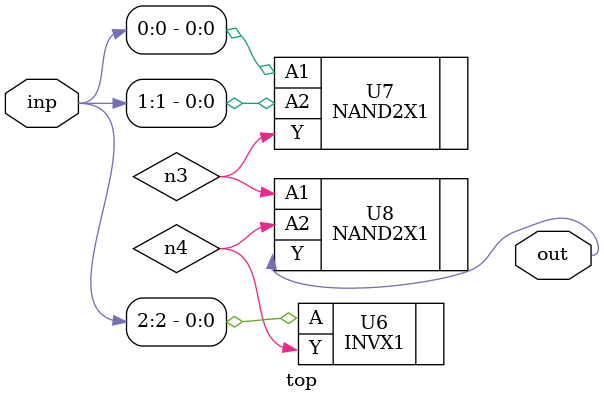
<source format=sv>


module top ( inp, out );
  input [2:0] inp;
  output out;
  wire   n3, n4;

  INVX1 U6 ( .A(inp[2]), .Y(n4) );
  NAND2X1 U7 ( .A1(inp[0]), .A2(inp[1]), .Y(n3) );
  NAND2X1 U8 ( .A1(n3), .A2(n4), .Y(out) );
endmodule


</source>
